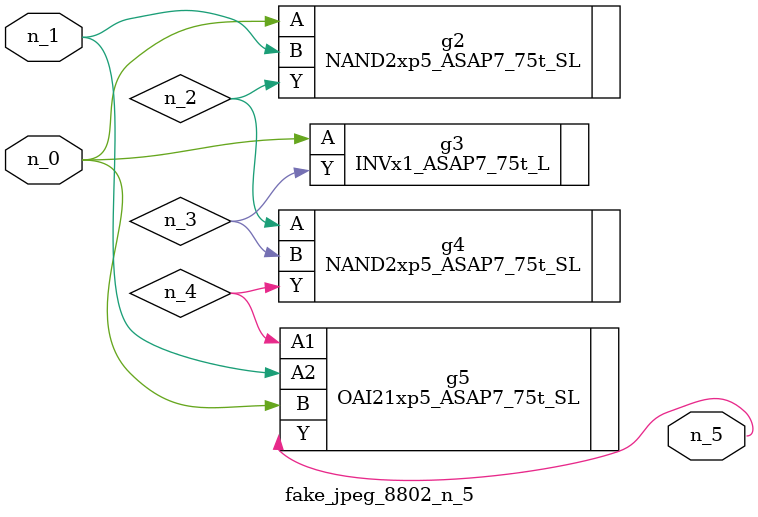
<source format=v>
module fake_jpeg_8802_n_5 (n_0, n_1, n_5);

input n_0;
input n_1;

output n_5;

wire n_3;
wire n_2;
wire n_4;

NAND2xp5_ASAP7_75t_SL g2 ( 
.A(n_0),
.B(n_1),
.Y(n_2)
);

INVx1_ASAP7_75t_L g3 ( 
.A(n_0),
.Y(n_3)
);

NAND2xp5_ASAP7_75t_SL g4 ( 
.A(n_2),
.B(n_3),
.Y(n_4)
);

OAI21xp5_ASAP7_75t_SL g5 ( 
.A1(n_4),
.A2(n_1),
.B(n_0),
.Y(n_5)
);


endmodule
</source>
